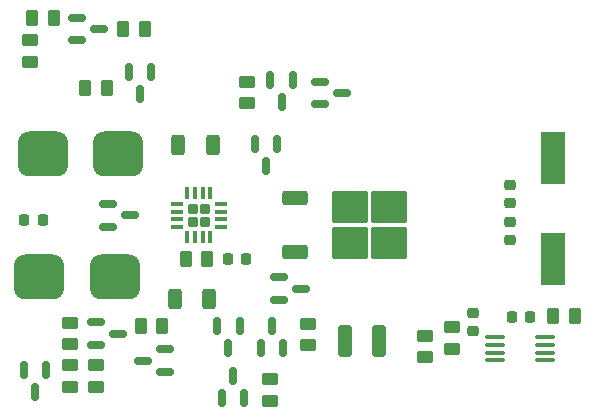
<source format=gbr>
%TF.GenerationSoftware,KiCad,Pcbnew,8.0.6-8.0.6-0~ubuntu24.04.1*%
%TF.CreationDate,2024-10-25T11:14:03+03:00*%
%TF.ProjectId,pss_v2,7073735f-7632-42e6-9b69-6361645f7063,rev?*%
%TF.SameCoordinates,Original*%
%TF.FileFunction,Paste,Top*%
%TF.FilePolarity,Positive*%
%FSLAX46Y46*%
G04 Gerber Fmt 4.6, Leading zero omitted, Abs format (unit mm)*
G04 Created by KiCad (PCBNEW 8.0.6-8.0.6-0~ubuntu24.04.1) date 2024-10-25 11:14:03*
%MOMM*%
%LPD*%
G01*
G04 APERTURE LIST*
G04 Aperture macros list*
%AMRoundRect*
0 Rectangle with rounded corners*
0 $1 Rounding radius*
0 $2 $3 $4 $5 $6 $7 $8 $9 X,Y pos of 4 corners*
0 Add a 4 corners polygon primitive as box body*
4,1,4,$2,$3,$4,$5,$6,$7,$8,$9,$2,$3,0*
0 Add four circle primitives for the rounded corners*
1,1,$1+$1,$2,$3*
1,1,$1+$1,$4,$5*
1,1,$1+$1,$6,$7*
1,1,$1+$1,$8,$9*
0 Add four rect primitives between the rounded corners*
20,1,$1+$1,$2,$3,$4,$5,0*
20,1,$1+$1,$4,$5,$6,$7,0*
20,1,$1+$1,$6,$7,$8,$9,0*
20,1,$1+$1,$8,$9,$2,$3,0*%
G04 Aperture macros list end*
%ADD10RoundRect,0.250000X-0.450000X0.262500X-0.450000X-0.262500X0.450000X-0.262500X0.450000X0.262500X0*%
%ADD11RoundRect,0.250000X0.262500X0.450000X-0.262500X0.450000X-0.262500X-0.450000X0.262500X-0.450000X0*%
%ADD12RoundRect,0.150000X-0.587500X-0.150000X0.587500X-0.150000X0.587500X0.150000X-0.587500X0.150000X0*%
%ADD13RoundRect,0.225000X-0.250000X0.225000X-0.250000X-0.225000X0.250000X-0.225000X0.250000X0.225000X0*%
%ADD14RoundRect,0.150000X-0.150000X0.587500X-0.150000X-0.587500X0.150000X-0.587500X0.150000X0.587500X0*%
%ADD15RoundRect,0.250000X0.450000X-0.262500X0.450000X0.262500X-0.450000X0.262500X-0.450000X-0.262500X0*%
%ADD16RoundRect,0.225000X0.225000X0.250000X-0.225000X0.250000X-0.225000X-0.250000X0.225000X-0.250000X0*%
%ADD17R,2.000000X4.500000*%
%ADD18RoundRect,0.150000X0.587500X0.150000X-0.587500X0.150000X-0.587500X-0.150000X0.587500X-0.150000X0*%
%ADD19RoundRect,0.225000X-0.225000X-0.250000X0.225000X-0.250000X0.225000X0.250000X-0.225000X0.250000X0*%
%ADD20RoundRect,0.250000X-0.325000X-1.100000X0.325000X-1.100000X0.325000X1.100000X-0.325000X1.100000X0*%
%ADD21RoundRect,0.250000X0.312500X0.625000X-0.312500X0.625000X-0.312500X-0.625000X0.312500X-0.625000X0*%
%ADD22RoundRect,0.250000X-0.262500X-0.450000X0.262500X-0.450000X0.262500X0.450000X-0.262500X0.450000X0*%
%ADD23RoundRect,0.952500X-1.167500X-0.952500X1.167500X-0.952500X1.167500X0.952500X-1.167500X0.952500X0*%
%ADD24RoundRect,0.225000X0.250000X-0.225000X0.250000X0.225000X-0.250000X0.225000X-0.250000X-0.225000X0*%
%ADD25RoundRect,0.150000X0.150000X-0.587500X0.150000X0.587500X-0.150000X0.587500X-0.150000X-0.587500X0*%
%ADD26RoundRect,0.212500X0.212500X-0.212500X0.212500X0.212500X-0.212500X0.212500X-0.212500X-0.212500X0*%
%ADD27RoundRect,0.087500X0.087500X-0.425000X0.087500X0.425000X-0.087500X0.425000X-0.087500X-0.425000X0*%
%ADD28RoundRect,0.087500X0.425000X-0.087500X0.425000X0.087500X-0.425000X0.087500X-0.425000X-0.087500X0*%
%ADD29RoundRect,0.100000X-0.712500X-0.100000X0.712500X-0.100000X0.712500X0.100000X-0.712500X0.100000X0*%
%ADD30RoundRect,0.250000X-0.850000X-0.350000X0.850000X-0.350000X0.850000X0.350000X-0.850000X0.350000X0*%
%ADD31RoundRect,0.250000X-1.275000X-1.125000X1.275000X-1.125000X1.275000X1.125000X-1.275000X1.125000X0*%
G04 APERTURE END LIST*
D10*
%TO.C,RB3*%
X51100000Y-51787500D03*
X51100000Y-53612500D03*
%TD*%
D11*
%TO.C,RA3*%
X49712500Y-22400000D03*
X47887500Y-22400000D03*
%TD*%
D12*
%TO.C,Q6*%
X68762500Y-44350000D03*
X68762500Y-46250000D03*
X70637500Y-45300000D03*
%TD*%
%TO.C,Q4*%
X72217597Y-27776082D03*
X72217597Y-29676082D03*
X74092597Y-28726082D03*
%TD*%
D13*
%TO.C,C5*%
X88300000Y-36525000D03*
X88300000Y-38075000D03*
%TD*%
D14*
%TO.C,Q5*%
X68650000Y-33062500D03*
X66750000Y-33062500D03*
X67700000Y-34937500D03*
%TD*%
D15*
%TO.C,R3*%
X71200000Y-50112500D03*
X71200000Y-48287500D03*
%TD*%
D10*
%TO.C,RA4*%
X47700000Y-24287500D03*
X47700000Y-26112500D03*
%TD*%
D11*
%TO.C,R9*%
X93812500Y-47600000D03*
X91987500Y-47600000D03*
%TD*%
D14*
%TO.C,Q3*%
X69950000Y-27600000D03*
X68050000Y-27600000D03*
X69000000Y-29475000D03*
%TD*%
D16*
%TO.C,C12*%
X48775000Y-39500000D03*
X47225000Y-39500000D03*
%TD*%
D11*
%TO.C,R15*%
X62700000Y-42800000D03*
X60875000Y-42800000D03*
%TD*%
D10*
%TO.C,R4*%
X66050000Y-27787500D03*
X66050000Y-29612500D03*
%TD*%
D12*
%TO.C,D3*%
X53262500Y-48150000D03*
X53262500Y-50050000D03*
X55137500Y-49100000D03*
%TD*%
D17*
%TO.C,X1*%
X92000000Y-34250000D03*
X92000000Y-42750000D03*
%TD*%
D15*
%TO.C,RB4*%
X53300000Y-53612500D03*
X53300000Y-51787500D03*
%TD*%
%TO.C,R8*%
X68000000Y-54812500D03*
X68000000Y-52987500D03*
%TD*%
D14*
%TO.C,Q8*%
X49050000Y-52162500D03*
X47150000Y-52162500D03*
X48100000Y-54037500D03*
%TD*%
D18*
%TO.C,Q10*%
X59137500Y-52350000D03*
X59137500Y-50450000D03*
X57262500Y-51400000D03*
%TD*%
D13*
%TO.C,C6*%
X85200000Y-47325000D03*
X85200000Y-48875000D03*
%TD*%
D12*
%TO.C,D4*%
X54262500Y-38150000D03*
X54262500Y-40050000D03*
X56137500Y-39100000D03*
%TD*%
D10*
%TO.C,RB2*%
X51100000Y-48187500D03*
X51100000Y-50012500D03*
%TD*%
D14*
%TO.C,Q2*%
X65450000Y-48462500D03*
X63550000Y-48462500D03*
X64500000Y-50337500D03*
%TD*%
D19*
%TO.C,C11*%
X88512500Y-47725000D03*
X90062500Y-47725000D03*
%TD*%
D10*
%TO.C,R2*%
X83400000Y-48587500D03*
X83400000Y-50412500D03*
%TD*%
D20*
%TO.C,C20*%
X74325000Y-49700000D03*
X77275000Y-49700000D03*
%TD*%
D10*
%TO.C,R1*%
X81100000Y-49287500D03*
X81100000Y-51112500D03*
%TD*%
D16*
%TO.C,C24*%
X65975000Y-42800000D03*
X64425000Y-42800000D03*
%TD*%
D21*
%TO.C,R6*%
X62862500Y-46200000D03*
X59937500Y-46200000D03*
%TD*%
D22*
%TO.C,RA1*%
X52375000Y-28300000D03*
X54200000Y-28300000D03*
%TD*%
D23*
%TO.C,F1*%
X48775000Y-33900000D03*
X55185000Y-33900000D03*
%TD*%
D24*
%TO.C,C4*%
X88300000Y-41175000D03*
X88300000Y-39625000D03*
%TD*%
D25*
%TO.C,Q1*%
X67250000Y-50337500D03*
X69150000Y-50337500D03*
X68200000Y-48462500D03*
%TD*%
D23*
%TO.C,F2*%
X48475000Y-44300000D03*
X54885000Y-44300000D03*
%TD*%
D26*
%TO.C,U9*%
X61475000Y-39625000D03*
X62525000Y-39625000D03*
X61475000Y-38575000D03*
X62525000Y-38575000D03*
D27*
X61025000Y-40962500D03*
X61675000Y-40962500D03*
X62325000Y-40962500D03*
X62975000Y-40962500D03*
D28*
X63862500Y-40075000D03*
X63862500Y-39425000D03*
X63862500Y-38775000D03*
X63862500Y-38125000D03*
D27*
X62975000Y-37237500D03*
X62325000Y-37237500D03*
X61675000Y-37237500D03*
X61025000Y-37237500D03*
D28*
X60137500Y-38125000D03*
X60137500Y-38775000D03*
X60137500Y-39425000D03*
X60137500Y-40075000D03*
%TD*%
D11*
%TO.C,RB1*%
X58912500Y-48500000D03*
X57087500Y-48500000D03*
%TD*%
D29*
%TO.C,U4*%
X87087500Y-49425000D03*
X87087500Y-50075000D03*
X87087500Y-50725000D03*
X87087500Y-51375000D03*
X91312500Y-51375000D03*
X91312500Y-50725000D03*
X91312500Y-50075000D03*
X91312500Y-49425000D03*
%TD*%
D14*
%TO.C,D2*%
X57950000Y-26962500D03*
X56050000Y-26962500D03*
X57000000Y-28837500D03*
%TD*%
D30*
%TO.C,D1*%
X70125000Y-37595000D03*
D31*
X74750000Y-38350000D03*
X74750000Y-41400000D03*
X78100000Y-38350000D03*
X78100000Y-41400000D03*
D30*
X70125000Y-42155000D03*
%TD*%
D25*
%TO.C,Q9*%
X63950000Y-54537500D03*
X65850000Y-54537500D03*
X64900000Y-52662500D03*
%TD*%
D21*
%TO.C,R5*%
X63162500Y-33100000D03*
X60237500Y-33100000D03*
%TD*%
D11*
%TO.C,RA2*%
X57412500Y-23300000D03*
X55587500Y-23300000D03*
%TD*%
D12*
%TO.C,Q7*%
X51662500Y-22350000D03*
X51662500Y-24250000D03*
X53537500Y-23300000D03*
%TD*%
M02*

</source>
